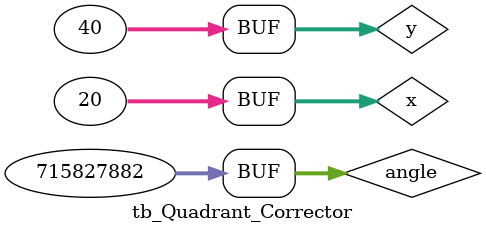
<source format=v>
`include "CONSTANTS.v"

module tb_Quadrant_Corrector();

    reg [31:0] x;
    reg [31:0] y;
    reg [31:0] angle;
    wire [31:0] x_out;
    wire [31:0] y_out;
    wire [31:0] angle_out;

    Quardrant_Corrector myQC(.x(x) , .y(y) , .angle(angle) , .x_out(x_out) , .y_out(y_out) , .angle_out(angle_out));

  initial
    begin
       x = 32'd20;
       y = 32'd40;
       angle = 32'b00010000000000000000000000000000;
       #5
       x = 32'd20;
       y = 32'd40;
       angle = 32'b00110000000000000000000000000000;
       #5
       x = 32'd20;
       y = 32'd40;
       angle = 32'b01010000000000000000000000000000;
       #5
       x = 32'd20;
       y = 32'd40;
       angle = 32'b00101010101010101010101010101010;

    end
	
 initial
  begin
    $monitor ("@", $time, "ns:   x_out = %b ", x_out, "y_out = %b ", y_out, "angle_out = %b ", angle_out);  
  end


endmodule
</source>
